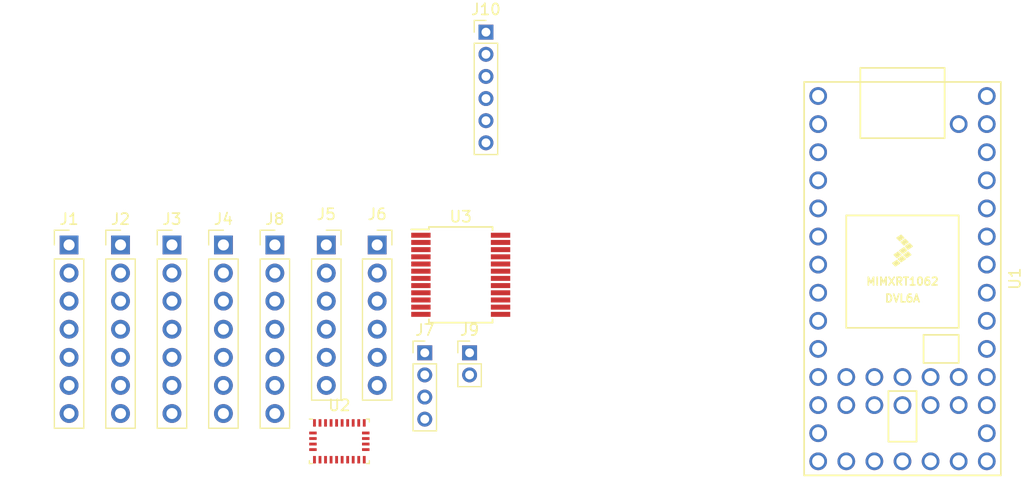
<source format=kicad_pcb>
(kicad_pcb (version 20221018) (generator pcbnew)
  (layers (0 "F.Cu" signal) (31 "B.Cu" signal) (34 "B.Paste" user) (35 "F.Paste" user) (36 "B.SilkS" user "B.Silkscreen") (37 "F.SilkS" user "F.Silkscreen") (38 "B.Mask" user) (39 "F.Mask" user) (44 "Edge.Cuts" user))
  (net 0 "")
  (net 2 "+5V")
  (net 3 "GND1")
  (net 4 "SDA")
  (net 5 "SCL")
  (net 6 "Net-(J1-Pin_6)")
  (net 9 "Net-(J2-Pin_6)")
  (net 12 "Net-(J3-Pin_6)")
  (net 14 "GND")
  (net 15 "Net-(J5-Pin_2)")
  (net 16 "Net-(J5-Pin_3)")
  (net 17 "Net-(J5-Pin_5)")
  (net 18 "Net-(J5-Pin_6)")
  (net 19 "Net-(J6-Pin_2)")
  (net 20 "Net-(J6-Pin_3)")
  (net 21 "Net-(J6-Pin_5)")
  (net 22 "Net-(J6-Pin_6)")
  (net 24 "Net-(J8-Pin_6)")
  (net 40 "Net-(U2-GNDIO-Pad15)")
  (net 52 "Net-(U3-PGND1-Pad3)")
  (net 53 "Net-(U3-PGND2-Pad10)")
  (net 56 "Net-(J4-Pin_6)")
  (net 57 "Net-(U1-7_RX2_OUT1A)")
  (net 58 "Net-(U1-8_TX2_IN1)")
  (net 59 "Net-(U1-13_SCK_CRX1_LED)")
  (net 60 "Net-(J7-Pin_2)")
  (net 61 "Net-(U1-16_A2_RX4_SCL1)")
  (net 62 "Net-(U1-17_A3_TX4_SDA1)")
  (net 63 "Net-(U1-22_A8_CTX1)")
  (net 64 "Net-(U1-23_A9_CRX1_MCLK1)")
  (net 65 "+12V")
  (net 71 "Net-(J10-Pin_6)")
  (footprint "Teensy4.0:Teensy40" (layer "F.Cu") (at 111.76 58.42 -90)
    (fp_text reference "U1" (at 0 -10.16 90) (layer "F.SilkS"))
    (fp_text value "Teensy4.0")
    (fp_text user "MIMXRT1062" (at 0.254 0) (layer "F.SilkS") (effects (font (size 0.7 0.7))))
    (fp_text user "DVL6A" (at 1.778 0) (layer "F.SilkS") (effects (font (size 0.7 0.7))))
    (fp_line (start -19.05 -3.81) (end -17.78 -3.81) (stroke (width 0.15)) (layer "F.SilkS"))
    (fp_line (start -19.05 3.81) (end -19.05 -3.81) (stroke (width 0.15)) (layer "F.SilkS"))
    (fp_line (start -17.78 -8.89) (end 17.78 -8.89) (stroke (width 0.15)) (layer "F.SilkS"))
    (fp_line (start -17.78 3.81) (end -19.05 3.81) (stroke (width 0.15)) (layer "F.SilkS"))
    (fp_line (start -17.78 8.89) (end -17.78 -8.89) (stroke (width 0.15)) (layer "F.SilkS"))
    (fp_line (start -12.7 -3.81) (end -17.78 -3.81) (stroke (width 0.15)) (layer "F.SilkS"))
    (fp_line (start -12.7 3.81) (end -17.78 3.81) (stroke (width 0.15)) (layer "F.SilkS"))
    (fp_line (start -12.7 3.81) (end -12.7 -3.81) (stroke (width 0.15)) (layer "F.SilkS"))
    (fp_line (start -5.715 -5.08) (end -5.715 5.08) (stroke (width 0.15)) (layer "F.SilkS"))
    (fp_line (start 4.445 -5.08) (end -5.715 -5.08) (stroke (width 0.15)) (layer "F.SilkS"))
    (fp_line (start 4.445 5.08) (end -5.715 5.08) (stroke (width 0.15)) (layer "F.SilkS"))
    (fp_line (start 4.445 5.08) (end 4.445 -5.08) (stroke (width 0.15)) (layer "F.SilkS"))
    (fp_line (start 5.08 -5.08) (end 7.62 -5.08) (stroke (width 0.15)) (layer "F.SilkS"))
    (fp_line (start 5.08 -1.905) (end 5.08 -5.08) (stroke (width 0.15)) (layer "F.SilkS"))
    (fp_line (start 7.62 -5.08) (end 7.62 -1.905) (stroke (width 0.15)) (layer "F.SilkS"))
    (fp_line (start 7.62 -1.905) (end 5.08 -1.905) (stroke (width 0.15)) (layer "F.SilkS"))
    (fp_line (start 10.16 -1.27) (end 14.732 -1.27) (stroke (width 0.15)) (layer "F.SilkS"))
    (fp_line (start 10.16 1.27) (end 10.16 -1.27) (stroke (width 0.15)) (layer "F.SilkS"))
    (fp_line (start 14.732 -1.27) (end 14.732 1.27) (stroke (width 0.15)) (layer "F.SilkS"))
    (fp_line (start 14.732 1.27) (end 10.16 1.27) (stroke (width 0.15)) (layer "F.SilkS"))
    (fp_line (start 17.78 -8.89) (end 17.78 8.89) (stroke (width 0.15)) (layer "F.SilkS"))
    (fp_line (start 17.78 8.89) (end -17.78 8.89) (stroke (width 0.15)) (layer "F.SilkS"))
    (fp_poly (pts (xy -3.937 0.127) (xy -3.683 -0.127) (xy -3.429 0.254) (xy -3.683 0.508)) (stroke (width 0.1)) (fill solid) (layer "F.SilkS"))
    (fp_poly (pts (xy -3.556 -0.254) (xy -3.302 -0.508) (xy -3.048 -0.127) (xy -3.302 0.127)) (stroke (width 0.1)) (fill solid) (layer "F.SilkS"))
    (fp_poly (pts (xy -3.175 -0.635) (xy -2.921 -0.889) (xy -2.667 -0.508) (xy -2.921 -0.254)) (stroke (width 0.1)) (fill solid) (layer "F.SilkS"))
    (fp_poly (pts (xy -2.794 -0.127) (xy -2.54 -0.381) (xy -2.286 0) (xy -2.54 0.254)) (stroke (width 0.1)) (fill solid) (layer "F.SilkS"))
    (fp_poly (pts (xy -2.413 -0.508) (xy -2.159 -0.762) (xy -1.905 -0.381) (xy -2.159 -0.127)) (stroke (width 0.1)) (fill solid) (layer "F.SilkS"))
    (fp_poly (pts (xy -2.413 0.381) (xy -2.159 0.127) (xy -1.905 0.508) (xy -2.159 0.762)) (stroke (width 0.1)) (fill solid) (layer "F.SilkS"))
    (fp_poly (pts (xy -2.032 0) (xy -1.778 -0.254) (xy -1.524 0.127) (xy -1.778 0.381)) (stroke (width 0.1)) (fill solid) (layer "F.SilkS"))
    (fp_poly (pts (xy -1.651 0.508) (xy -1.397 0.254) (xy -1.143 0.635) (xy -1.397 0.889)) (stroke (width 0.1)) (fill solid) (layer "F.SilkS"))
    (pad "1" thru_hole circle (at -16.51 7.62 270) (size 1.6 1.6) (drill 1.1) (layers "*.Cu" "*.Mask"))
    (pad "2" thru_hole circle (at -13.97 7.62 270) (size 1.6 1.6) (drill 1.1) (layers "*.Cu" "*.Mask"))
    (pad "3" thru_hole circle (at -11.43 7.62 270) (size 1.6 1.6) (drill 1.1) (layers "*.Cu" "*.Mask"))
    (pad "4" thru_hole circle (at -8.89 7.62 270) (size 1.6 1.6) (drill 1.1) (layers "*.Cu" "*.Mask") (net 56 "Net-(J4-Pin_6)"))
    (pad "5" thru_hole circle (at -6.35 7.62 270) (size 1.6 1.6) (drill 1.1) (layers "*.Cu" "*.Mask") (net 12 "Net-(J3-Pin_6)"))
    (pad "6" thru_hole circle (at -3.81 7.62 270) (size 1.6 1.6) (drill 1.1) (layers "*.Cu" "*.Mask") (net 9 "Net-(J2-Pin_6)"))
    (pad "7" thru_hole circle (at -1.27 7.62 270) (size 1.6 1.6) (drill 1.1) (layers "*.Cu" "*.Mask") (net 6 "Net-(J1-Pin_6)"))
    (pad "8" thru_hole circle (at 1.27 7.62 270) (size 1.6 1.6) (drill 1.1) (layers "*.Cu" "*.Mask") (net 24 "Net-(J8-Pin_6)"))
    (pad "9" thru_hole circle (at 3.81 7.62 270) (size 1.6 1.6) (drill 1.1) (layers "*.Cu" "*.Mask") (net 57 "Net-(U1-7_RX2_OUT1A)"))
    (pad "10" thru_hole circle (at 6.35 7.62 270) (size 1.6 1.6) (drill 1.1) (layers "*.Cu" "*.Mask") (net 58 "Net-(U1-8_TX2_IN1)"))
    (pad "11" thru_hole circle (at 8.89 7.62 270) (size 1.6 1.6) (drill 1.1) (layers "*.Cu" "*.Mask") (net 19 "Net-(J6-Pin_2)"))
    (pad "12" thru_hole circle (at 11.43 7.62 270) (size 1.6 1.6) (drill 1.1) (layers "*.Cu" "*.Mask") (net 20 "Net-(J6-Pin_3)"))
    (pad "13" thru_hole circle (at 13.97 7.62 270) (size 1.6 1.6) (drill 1.1) (layers "*.Cu" "*.Mask") (net 15 "Net-(J5-Pin_2)"))
    (pad "14" thru_hole circle (at 16.51 7.62 270) (size 1.6 1.6) (drill 1.1) (layers "*.Cu" "*.Mask") (net 16 "Net-(J5-Pin_3)"))
    (pad "15" thru_hole circle (at 16.51 5.08 270) (size 1.6 1.6) (drill 1.1) (layers "*.Cu" "*.Mask"))
    (pad "16" thru_hole circle (at 16.51 2.54 270) (size 1.6 1.6) (drill 1.1) (layers "*.Cu" "*.Mask"))
    (pad "17" thru_hole circle (at 16.51 0 270) (size 1.6 1.6) (drill 1.1) (layers "*.Cu" "*.Mask"))
    (pad "18" thru_hole circle (at 16.51 -2.54 270) (size 1.6 1.6) (drill 1.1) (layers "*.Cu" "*.Mask"))
    (pad "19" thru_hole circle (at 16.51 -5.08 270) (size 1.6 1.6) (drill 1.1) (layers "*.Cu" "*.Mask"))
    (pad "20" thru_hole circle (at 16.51 -7.62 270) (size 1.6 1.6) (drill 1.1) (layers "*.Cu" "*.Mask") (net 59 "Net-(U1-13_SCK_CRX1_LED)"))
    (pad "21" thru_hole circle (at 13.97 -7.62 270) (size 1.6 1.6) (drill 1.1) (layers "*.Cu" "*.Mask"))
    (pad "22" thru_hole circle (at 11.43 -7.62 270) (size 1.6 1.6) (drill 1.1) (layers "*.Cu" "*.Mask") (net 60 "Net-(J7-Pin_2)"))
    (pad "23" thru_hole circle (at 8.89 -7.62 270) (size 1.6 1.6) (drill 1.1) (layers "*.Cu" "*.Mask") (net 61 "Net-(U1-16_A2_RX4_SCL1)"))
    (pad "24" thru_hole circle (at 6.35 -7.62 270) (size 1.6 1.6) (drill 1.1) (layers "*.Cu" "*.Mask") (net 62 "Net-(U1-17_A3_TX4_SDA1)"))
    (pad "25" thru_hole circle (at 3.81 -7.62 270) (size 1.6 1.6) (drill 1.1) (layers "*.Cu" "*.Mask") (net 4 "SDA"))
    (pad "26" thru_hole circle (at 1.27 -7.62 270) (size 1.6 1.6) (drill 1.1) (layers "*.Cu" "*.Mask") (net 5 "SCL"))
    (pad "27" thru_hole circle (at -1.27 -7.62 270) (size 1.6 1.6) (drill 1.1) (layers "*.Cu" "*.Mask"))
    (pad "28" thru_hole circle (at -3.81 -7.62 270) (size 1.6 1.6) (drill 1.1) (layers "*.Cu" "*.Mask"))
    (pad "29" thru_hole circle (at -6.35 -7.62 270) (size 1.6 1.6) (drill 1.1) (layers "*.Cu" "*.Mask") (net 63 "Net-(U1-22_A8_CTX1)"))
    (pad "30" thru_hole circle (at -8.89 -7.62 270) (size 1.6 1.6) (drill 1.1) (layers "*.Cu" "*.Mask") (net 64 "Net-(U1-23_A9_CRX1_MCLK1)"))
    (pad "31" thru_hole circle (at -11.43 -7.62 270) (size 1.6 1.6) (drill 1.1) (layers "*.Cu" "*.Mask"))
    (pad "32" thru_hole circle (at -13.97 -7.62 270) (size 1.6 1.6) (drill 1.1) (layers "*.Cu" "*.Mask"))
    (pad "33" thru_hole circle (at -16.51 -7.62 270) (size 1.6 1.6) (drill 1.1) (layers "*.Cu" "*.Mask"))
    (pad "34" thru_hole circle (at -13.97 -5.08 270) (size 1.6 1.6) (drill 1.1) (layers "*.Cu" "*.Mask"))
    (pad "35" thru_hole circle (at 11.43 -5.08 270) (size 1.6 1.6) (drill 1.1) (layers "*.Cu" "*.Mask"))
    (pad "36" thru_hole circle (at 8.89 -5.08 270) (size 1.6 1.6) (drill 1.1) (layers "*.Cu" "*.Mask"))
    (pad "37" thru_hole circle (at 11.43 -2.54 270) (size 1.6 1.6) (drill 1.1) (layers "*.Cu" "*.Mask"))
    (pad "38" thru_hole circle (at 8.89 -2.54 270) (size 1.6 1.6) (drill 1.1) (layers "*.Cu" "*.Mask"))
    (pad "39" thru_hole circle (at 11.43 0 270) (size 1.6 1.6) (drill 1.1) (layers "*.Cu" "*.Mask"))
    (pad "40" thru_hole circle (at 8.89 0 270) (size 1.6 1.6) (drill 1.1) (layers "*.Cu" "*.Mask"))
    (pad "41" thru_hole circle (at 11.43 2.54 270) (size 1.6 1.6) (drill 1.1) (layers "*.Cu" "*.Mask"))
    (pad "42" thru_hole circle (at 8.89 2.54 270) (size 1.6 1.6) (drill 1.1) (layers "*.Cu" "*.Mask"))
    (pad "43" thru_hole circle (at 11.43 5.08 270) (size 1.6 1.6) (drill 1.1) (layers "*.Cu" "*.Mask"))
    (pad "44" thru_hole circle (at 8.89 5.08 270) (size 1.6 1.6) (drill 1.1) (layers "*.Cu" "*.Mask"))
  )
  (footprint "Connector_PinHeader_2.00mm:PinHeader_1x04_P2.00mm_Vertical" (layer "F.Cu") (at 68.58 65.12)
    (fp_text reference "J7" (at 0 -2.06) (layer "F.SilkS"))
    (fp_text value "Conn_01x04_Socket")
    (fp_line (start -1.06 -1.06) (end 0 -1.06) (stroke (width 0.12)) (layer "F.SilkS"))
    (fp_line (start -1.06 0) (end -1.06 -1.06) (stroke (width 0.12)) (layer "F.SilkS"))
    (fp_line (start -1.06 1) (end -1.06 7.06) (stroke (width 0.12)) (layer "F.SilkS"))
    (fp_line (start -1.06 1) (end 1.06 1) (stroke (width 0.12)) (layer "F.SilkS"))
    (fp_line (start -1.06 7.06) (end 1.06 7.06) (stroke (width 0.12)) (layer "F.SilkS"))
    (fp_line (start 1.06 1) (end 1.06 7.06) (stroke (width 0.12)) (layer "F.SilkS"))
    (pad "1" thru_hole rect (at 0 0) (size 1.35 1.35) (drill 0.8) (layers "*.Cu" "*.Mask") (net 14 "GND"))
    (pad "2" thru_hole oval (at 0 2) (size 1.35 1.35) (drill 0.8) (layers "*.Cu" "*.Mask") (net 60 "Net-(J7-Pin_2)"))
    (pad "3" thru_hole oval (at 0 4) (size 1.35 1.35) (drill 0.8) (layers "*.Cu" "*.Mask") (net 2 "+5V"))
    (pad "4" thru_hole oval (at 0 6) (size 1.35 1.35) (drill 0.8) (layers "*.Cu" "*.Mask") (net 14 "GND"))
  )
  (footprint "Connector_PinHeader_2.54mm:PinHeader_1x07_P2.54mm_Vertical" (layer "F.Cu") (at 50.38 55.37)
    (fp_text reference "J4" (at 0 -2.33) (layer "F.SilkS"))
    (fp_text value "Conn_01x07_Pin")
    (fp_line (start -1.33 -1.33) (end 0 -1.33) (stroke (width 0.12)) (layer "F.SilkS"))
    (fp_line (start -1.33 0) (end -1.33 -1.33) (stroke (width 0.12)) (layer "F.SilkS"))
    (fp_line (start -1.33 1.27) (end -1.33 16.57) (stroke (width 0.12)) (layer "F.SilkS"))
    (fp_line (start -1.33 1.27) (end 1.33 1.27) (stroke (width 0.12)) (layer "F.SilkS"))
    (fp_line (start -1.33 16.57) (end 1.33 16.57) (stroke (width 0.12)) (layer "F.SilkS"))
    (fp_line (start 1.33 1.27) (end 1.33 16.57) (stroke (width 0.12)) (layer "F.SilkS"))
    (pad "1" thru_hole rect (at 0 0) (size 1.7 1.7) (drill 1) (layers "*.Cu" "*.Mask"))
    (pad "2" thru_hole oval (at 0 2.54) (size 1.7 1.7) (drill 1) (layers "*.Cu" "*.Mask") (net 2 "+5V"))
    (pad "3" thru_hole oval (at 0 5.08) (size 1.7 1.7) (drill 1) (layers "*.Cu" "*.Mask") (net 3 "GND1"))
    (pad "4" thru_hole oval (at 0 7.62) (size 1.7 1.7) (drill 1) (layers "*.Cu" "*.Mask") (net 4 "SDA"))
    (pad "5" thru_hole oval (at 0 10.16) (size 1.7 1.7) (drill 1) (layers "*.Cu" "*.Mask") (net 5 "SCL"))
    (pad "6" thru_hole oval (at 0 12.7) (size 1.7 1.7) (drill 1) (layers "*.Cu" "*.Mask") (net 56 "Net-(J4-Pin_6)"))
    (pad "7" thru_hole oval (at 0 15.24) (size 1.7 1.7) (drill 1) (layers "*.Cu" "*.Mask"))
  )
  (footprint "Connector_PinHeader_2.54mm:PinHeader_1x07_P2.54mm_Vertical" (layer "F.Cu") (at 55.03 55.37)
    (fp_text reference "J8" (at 0 -2.33) (layer "F.SilkS"))
    (fp_text value "Conn_01x07_Pin")
    (fp_line (start -1.33 -1.33) (end 0 -1.33) (stroke (width 0.12)) (layer "F.SilkS"))
    (fp_line (start -1.33 0) (end -1.33 -1.33) (stroke (width 0.12)) (layer "F.SilkS"))
    (fp_line (start -1.33 1.27) (end -1.33 16.57) (stroke (width 0.12)) (layer "F.SilkS"))
    (fp_line (start -1.33 1.27) (end 1.33 1.27) (stroke (width 0.12)) (layer "F.SilkS"))
    (fp_line (start -1.33 16.57) (end 1.33 16.57) (stroke (width 0.12)) (layer "F.SilkS"))
    (fp_line (start 1.33 1.27) (end 1.33 16.57) (stroke (width 0.12)) (layer "F.SilkS"))
    (pad "1" thru_hole rect (at 0 0) (size 1.7 1.7) (drill 1) (layers "*.Cu" "*.Mask"))
    (pad "2" thru_hole oval (at 0 2.54) (size 1.7 1.7) (drill 1) (layers "*.Cu" "*.Mask") (net 2 "+5V"))
    (pad "3" thru_hole oval (at 0 5.08) (size 1.7 1.7) (drill 1) (layers "*.Cu" "*.Mask") (net 3 "GND1"))
    (pad "4" thru_hole oval (at 0 7.62) (size 1.7 1.7) (drill 1) (layers "*.Cu" "*.Mask") (net 4 "SDA"))
    (pad "5" thru_hole oval (at 0 10.16) (size 1.7 1.7) (drill 1) (layers "*.Cu" "*.Mask") (net 5 "SCL"))
    (pad "6" thru_hole oval (at 0 12.7) (size 1.7 1.7) (drill 1) (layers "*.Cu" "*.Mask") (net 24 "Net-(J8-Pin_6)"))
    (pad "7" thru_hole oval (at 0 15.24) (size 1.7 1.7) (drill 1) (layers "*.Cu" "*.Mask"))
  )
  (footprint "Connector_PinSocket_2.54mm:PinSocket_1x06_P2.54mm_Vertical" (layer "F.Cu") (at 64.28 55.37)
    (fp_text reference "J6" (at 0 -2.77) (layer "F.SilkS"))
    (fp_text value "Conn_01x06_Pin")
    (fp_line (start -1.33 1.27) (end -1.33 14.03) (stroke (width 0.12)) (layer "F.SilkS"))
    (fp_line (start -1.33 1.27) (end 1.33 1.27) (stroke (width 0.12)) (layer "F.SilkS"))
    (fp_line (start -1.33 14.03) (end 1.33 14.03) (stroke (width 0.12)) (layer "F.SilkS"))
    (fp_line (start 0 -1.33) (end 1.33 -1.33) (stroke (width 0.12)) (layer "F.SilkS"))
    (fp_line (start 1.33 -1.33) (end 1.33 0) (stroke (width 0.12)) (layer "F.SilkS"))
    (fp_line (start 1.33 1.27) (end 1.33 14.03) (stroke (width 0.12)) (layer "F.SilkS"))
    (pad "1" thru_hole rect (at 0 0) (size 1.7 1.7) (drill 1) (layers "*.Cu" "*.Mask") (net 14 "GND"))
    (pad "2" thru_hole oval (at 0 2.54) (size 1.7 1.7) (drill 1) (layers "*.Cu" "*.Mask") (net 19 "Net-(J6-Pin_2)"))
    (pad "3" thru_hole oval (at 0 5.08) (size 1.7 1.7) (drill 1) (layers "*.Cu" "*.Mask") (net 20 "Net-(J6-Pin_3)"))
    (pad "4" thru_hole oval (at 0 7.62) (size 1.7 1.7) (drill 1) (layers "*.Cu" "*.Mask") (net 2 "+5V"))
    (pad "5" thru_hole oval (at 0 10.16) (size 1.7 1.7) (drill 1) (layers "*.Cu" "*.Mask") (net 21 "Net-(J6-Pin_5)"))
    (pad "6" thru_hole oval (at 0 12.7) (size 1.7 1.7) (drill 1) (layers "*.Cu" "*.Mask") (net 22 "Net-(J6-Pin_6)"))
  )
  (footprint "Connector_PinSocket_2.54mm:PinSocket_1x06_P2.54mm_Vertical" (layer "F.Cu") (at 59.68 55.37)
    (fp_text reference "J5" (at 0 -2.77) (layer "F.SilkS"))
    (fp_text value "Conn_01x06_Pin")
    (fp_line (start -1.33 1.27) (end -1.33 14.03) (stroke (width 0.12)) (layer "F.SilkS"))
    (fp_line (start -1.33 1.27) (end 1.33 1.27) (stroke (width 0.12)) (layer "F.SilkS"))
    (fp_line (start -1.33 14.03) (end 1.33 14.03) (stroke (width 0.12)) (layer "F.SilkS"))
    (fp_line (start 0 -1.33) (end 1.33 -1.33) (stroke (width 0.12)) (layer "F.SilkS"))
    (fp_line (start 1.33 -1.33) (end 1.33 0) (stroke (width 0.12)) (layer "F.SilkS"))
    (fp_line (start 1.33 1.27) (end 1.33 14.03) (stroke (width 0.12)) (layer "F.SilkS"))
    (pad "1" thru_hole rect (at 0 0) (size 1.7 1.7) (drill 1) (layers "*.Cu" "*.Mask") (net 14 "GND"))
    (pad "2" thru_hole oval (at 0 2.54) (size 1.7 1.7) (drill 1) (layers "*.Cu" "*.Mask") (net 15 "Net-(J5-Pin_2)"))
    (pad "3" thru_hole oval (at 0 5.08) (size 1.7 1.7) (drill 1) (layers "*.Cu" "*.Mask") (net 16 "Net-(J5-Pin_3)"))
    (pad "4" thru_hole oval (at 0 7.62) (size 1.7 1.7) (drill 1) (layers "*.Cu" "*.Mask") (net 2 "+5V"))
    (pad "5" thru_hole oval (at 0 10.16) (size 1.7 1.7) (drill 1) (layers "*.Cu" "*.Mask") (net 17 "Net-(J5-Pin_5)"))
    (pad "6" thru_hole oval (at 0 12.7) (size 1.7 1.7) (drill 1) (layers "*.Cu" "*.Mask") (net 18 "Net-(J5-Pin_6)"))
  )
  (footprint "Package_LGA:LGA-28_5.2x3.8mm_P0.5mm" (layer "F.Cu") (at 60.86 73.12)
    (fp_text reference "U2" (at 0 -3.25) (layer "F.SilkS"))
    (fp_text value "BNO055")
    (fp_line (start -2.71 -2.01) (end -2.45 -2.01) (stroke (width 0.12)) (layer "F.SilkS"))
    (fp_line (start -2.71 2.01) (end -2.71 1.75) (stroke (width 0.12)) (layer "F.SilkS"))
    (fp_line (start -2.71 2.01) (end -2.45 2.01) (stroke (width 0.12)) (layer "F.SilkS"))
    (fp_line (start 2.71 -2.01) (end 2.45 -2.01) (stroke (width 0.12)) (layer "F.SilkS"))
    (fp_line (start 2.71 -2.01) (end 2.71 -1.75) (stroke (width 0.12)) (layer "F.SilkS"))
    (fp_line (start 2.71 2.01) (end 2.45 2.01) (stroke (width 0.12)) (layer "F.SilkS"))
    (fp_line (start 2.71 2.01) (end 2.71 1.75) (stroke (width 0.12)) (layer "F.SilkS"))
    (pad "1" smd rect (at -2.25 -1.6625) (size 0.254 0.675) (layers "F.Cu" "F.Paste" "F.Mask"))
    (pad "2" smd rect (at -2.3875 -0.75 90) (size 0.254 0.675) (layers "F.Cu" "F.Paste" "F.Mask"))
    (pad "3" smd rect (at -2.3875 -0.25 90) (size 0.254 0.675) (layers "F.Cu" "F.Paste" "F.Mask"))
    (pad "4" smd rect (at -2.3875 0.25 90) (size 0.254 0.675) (layers "F.Cu" "F.Paste" "F.Mask"))
    (pad "5" smd rect (at -2.3875 0.75 90) (size 0.254 0.675) (layers "F.Cu" "F.Paste" "F.Mask"))
    (pad "6" smd rect (at -2.25 1.6625) (size 0.254 0.675) (layers "F.Cu" "F.Paste" "F.Mask"))
    (pad "7" smd rect (at -1.75 1.6625) (size 0.254 0.675) (layers "F.Cu" "F.Paste" "F.Mask"))
    (pad "8" smd rect (at -1.25 1.6625) (size 0.254 0.675) (layers "F.Cu" "F.Paste" "F.Mask"))
    (pad "9" smd rect (at -0.75 1.6625) (size 0.254 0.675) (layers "F.Cu" "F.Paste" "F.Mask"))
    (pad "10" smd rect (at -0.25 1.6625) (size 0.254 0.675) (layers "F.Cu" "F.Paste" "F.Mask"))
    (pad "11" smd rect (at 0.25 1.6625) (size 0.254 0.675) (layers "F.Cu" "F.Paste" "F.Mask"))
    (pad "12" smd rect (at 0.75 1.6625) (size 0.254 0.675) (layers "F.Cu" "F.Paste" "F.Mask"))
    (pad "13" smd rect (at 1.25 1.6625) (size 0.254 0.675) (layers "F.Cu" "F.Paste" "F.Mask"))
    (pad "14" smd rect (at 1.75 1.6625) (size 0.254 0.675) (layers "F.Cu" "F.Paste" "F.Mask"))
    (pad "15" smd rect (at 2.25 1.6625) (size 0.254 0.675) (layers "F.Cu" "F.Paste" "F.Mask") (net 40 "Net-(U2-GNDIO-Pad15)"))
    (pad "16" smd rect (at 2.3875 0.75 90) (size 0.254 0.675) (layers "F.Cu" "F.Paste" "F.Mask") (net 40 "Net-(U2-GNDIO-Pad15)"))
    (pad "17" smd rect (at 2.3875 0.25 90) (size 0.254 0.675) (layers "F.Cu" "F.Paste" "F.Mask"))
    (pad "18" smd rect (at 2.3875 -0.25 90) (size 0.254 0.675) (layers "F.Cu" "F.Paste" "F.Mask"))
    (pad "19" smd rect (at 2.3875 -0.75 90) (size 0.254 0.675) (layers "F.Cu" "F.Paste" "F.Mask"))
    (pad "20" smd rect (at 2.25 -1.6625) (size 0.254 0.675) (layers "F.Cu" "F.Paste" "F.Mask"))
    (pad "21" smd rect (at 1.75 -1.6625) (size 0.254 0.675) (layers "F.Cu" "F.Paste" "F.Mask"))
    (pad "22" smd rect (at 1.25 -1.6625) (size 0.254 0.675) (layers "F.Cu" "F.Paste" "F.Mask"))
    (pad "23" smd rect (at 0.75 -1.6625) (size 0.254 0.675) (layers "F.Cu" "F.Paste" "F.Mask"))
    (pad "24" smd rect (at 0.25 -1.6625) (size 0.254 0.675) (layers "F.Cu" "F.Paste" "F.Mask"))
    (pad "25" smd rect (at -0.25 -1.6625) (size 0.254 0.675) (layers "F.Cu" "F.Paste" "F.Mask") (net 40 "Net-(U2-GNDIO-Pad15)"))
    (pad "26" smd rect (at -0.75 -1.6625) (size 0.254 0.675) (layers "F.Cu" "F.Paste" "F.Mask"))
    (pad "27" smd rect (at -1.25 -1.6625) (size 0.254 0.675) (layers "F.Cu" "F.Paste" "F.Mask"))
    (pad "28" smd rect (at -1.75 -1.6625) (size 0.254 0.675) (layers "F.Cu" "F.Paste" "F.Mask"))
  )
  (footprint "Package_SO:SSOP-24_5.3x8.2mm_P0.65mm" (layer "F.Cu") (at 71.83 58.07)
    (fp_text reference "U3" (at 0 -5.25) (layer "F.SilkS"))
    (fp_text value "TB6612FNG")
    (fp_line (start -2.875 -4.325) (end -2.875 -4.1) (stroke (width 0.15)) (layer "F.SilkS"))
    (fp_line (start -2.875 -4.325) (end 2.875 -4.325) (stroke (width 0.15)) (layer "F.SilkS"))
    (fp_line (start -2.875 -4.1) (end -4.475 -4.1) (stroke (width 0.15)) (layer "F.SilkS"))
    (fp_line (start -2.875 4.325) (end -2.875 4.025) (stroke (width 0.15)) (layer "F.SilkS"))
    (fp_line (start -2.875 4.325) (end 2.875 4.325) (stroke (width 0.15)) (layer "F.SilkS"))
    (fp_line (start 2.875 -4.325) (end 2.875 -4.025) (stroke (width 0.15)) (layer "F.SilkS"))
    (fp_line (start 2.875 4.325) (end 2.875 4.025) (stroke (width 0.15)) (layer "F.SilkS"))
    (pad "1" smd rect (at -3.6 -3.575) (size 1.75 0.45) (layers "F.Cu" "F.Paste" "F.Mask") (net 22 "Net-(J6-Pin_6)"))
    (pad "2" smd rect (at -3.6 -2.925) (size 1.75 0.45) (layers "F.Cu" "F.Paste" "F.Mask") (net 22 "Net-(J6-Pin_6)"))
    (pad "3" smd rect (at -3.6 -2.275) (size 1.75 0.45) (layers "F.Cu" "F.Paste" "F.Mask") (net 52 "Net-(U3-PGND1-Pad3)"))
    (pad "4" smd rect (at -3.6 -1.625) (size 1.75 0.45) (layers "F.Cu" "F.Paste" "F.Mask") (net 52 "Net-(U3-PGND1-Pad3)"))
    (pad "5" smd rect (at -3.6 -0.975) (size 1.75 0.45) (layers "F.Cu" "F.Paste" "F.Mask") (net 21 "Net-(J6-Pin_5)"))
    (pad "6" smd rect (at -3.6 -0.325) (size 1.75 0.45) (layers "F.Cu" "F.Paste" "F.Mask") (net 21 "Net-(J6-Pin_5)"))
    (pad "7" smd rect (at -3.6 0.325) (size 1.75 0.45) (layers "F.Cu" "F.Paste" "F.Mask") (net 17 "Net-(J5-Pin_5)"))
    (pad "8" smd rect (at -3.6 0.975) (size 1.75 0.45) (layers "F.Cu" "F.Paste" "F.Mask") (net 17 "Net-(J5-Pin_5)"))
    (pad "9" smd rect (at -3.6 1.625) (size 1.75 0.45) (layers "F.Cu" "F.Paste" "F.Mask") (net 53 "Net-(U3-PGND2-Pad10)"))
    (pad "10" smd rect (at -3.6 2.275) (size 1.75 0.45) (layers "F.Cu" "F.Paste" "F.Mask") (net 53 "Net-(U3-PGND2-Pad10)"))
    (pad "11" smd rect (at -3.6 2.925) (size 1.75 0.45) (layers "F.Cu" "F.Paste" "F.Mask") (net 18 "Net-(J5-Pin_6)"))
    (pad "12" smd rect (at -3.6 3.575) (size 1.75 0.45) (layers "F.Cu" "F.Paste" "F.Mask") (net 18 "Net-(J5-Pin_6)"))
    (pad "13" smd rect (at 3.6 3.575) (size 1.75 0.45) (layers "F.Cu" "F.Paste" "F.Mask"))
    (pad "14" smd rect (at 3.6 2.925) (size 1.75 0.45) (layers "F.Cu" "F.Paste" "F.Mask"))
    (pad "15" smd rect (at 3.6 2.275) (size 1.75 0.45) (layers "F.Cu" "F.Paste" "F.Mask") (net 57 "Net-(U1-7_RX2_OUT1A)"))
    (pad "16" smd rect (at 3.6 1.625) (size 1.75 0.45) (layers "F.Cu" "F.Paste" "F.Mask") (net 64 "Net-(U1-23_A9_CRX1_MCLK1)"))
    (pad "17" smd rect (at 3.6 0.975) (size 1.75 0.45) (layers "F.Cu" "F.Paste" "F.Mask") (net 63 "Net-(U1-22_A8_CTX1)"))
    (pad "18" smd rect (at 3.6 0.325) (size 1.75 0.45) (layers "F.Cu" "F.Paste" "F.Mask") (net 14 "GND"))
    (pad "19" smd rect (at 3.6 -0.325) (size 1.75 0.45) (layers "F.Cu" "F.Paste" "F.Mask") (net 59 "Net-(U1-13_SCK_CRX1_LED)"))
    (pad "20" smd rect (at 3.6 -0.975) (size 1.75 0.45) (layers "F.Cu" "F.Paste" "F.Mask") (net 2 "+5V"))
    (pad "21" smd rect (at 3.6 -1.625) (size 1.75 0.45) (layers "F.Cu" "F.Paste" "F.Mask") (net 61 "Net-(U1-16_A2_RX4_SCL1)"))
    (pad "22" smd rect (at 3.6 -2.275) (size 1.75 0.45) (layers "F.Cu" "F.Paste" "F.Mask") (net 62 "Net-(U1-17_A3_TX4_SDA1)"))
    (pad "23" smd rect (at 3.6 -2.925) (size 1.75 0.45) (layers "F.Cu" "F.Paste" "F.Mask") (net 58 "Net-(U1-8_TX2_IN1)"))
    (pad "24" smd rect (at 3.6 -3.575) (size 1.75 0.45) (layers "F.Cu" "F.Paste" "F.Mask") (net 65 "+12V"))
  )
  (footprint "Connector_PinHeader_2.54mm:PinHeader_1x07_P2.54mm_Vertical" (layer "F.Cu") (at 41.08 55.37)
    (fp_text reference "J2" (at 0 -2.33) (layer "F.SilkS"))
    (fp_text value "Conn_01x07_Pin")
    (fp_line (start -1.33 -1.33) (end 0 -1.33) (stroke (width 0.12)) (layer "F.SilkS"))
    (fp_line (start -1.33 0) (end -1.33 -1.33) (stroke (width 0.12)) (layer "F.SilkS"))
    (fp_line (start -1.33 1.27) (end -1.33 16.57) (stroke (width 0.12)) (layer "F.SilkS"))
    (fp_line (start -1.33 1.27) (end 1.33 1.27) (stroke (width 0.12)) (layer "F.SilkS"))
    (fp_line (start -1.33 16.57) (end 1.33 16.57) (stroke (width 0.12)) (layer "F.SilkS"))
    (fp_line (start 1.33 1.27) (end 1.33 16.57) (stroke (width 0.12)) (layer "F.SilkS"))
    (pad "1" thru_hole rect (at 0 0) (size 1.7 1.7) (drill 1) (layers "*.Cu" "*.Mask"))
    (pad "2" thru_hole oval (at 0 2.54) (size 1.7 1.7) (drill 1) (layers "*.Cu" "*.Mask") (net 2 "+5V"))
    (pad "3" thru_hole oval (at 0 5.08) (size 1.7 1.7) (drill 1) (layers "*.Cu" "*.Mask") (net 3 "GND1"))
    (pad "4" thru_hole oval (at 0 7.62) (size 1.7 1.7) (drill 1) (layers "*.Cu" "*.Mask") (net 4 "SDA"))
    (pad "5" thru_hole oval (at 0 10.16) (size 1.7 1.7) (drill 1) (layers "*.Cu" "*.Mask") (net 5 "SCL"))
    (pad "6" thru_hole oval (at 0 12.7) (size 1.7 1.7) (drill 1) (layers "*.Cu" "*.Mask") (net 9 "Net-(J2-Pin_6)"))
    (pad "7" thru_hole oval (at 0 15.24) (size 1.7 1.7) (drill 1) (layers "*.Cu" "*.Mask"))
  )
  (footprint "Connector_PinHeader_2.54mm:PinHeader_1x07_P2.54mm_Vertical" (layer "F.Cu") (at 36.43 55.37)
    (fp_text reference "J1" (at 0 -2.33) (layer "F.SilkS"))
    (fp_text value "Conn_01x07_Pin")
    (fp_line (start -1.33 -1.33) (end 0 -1.33) (stroke (width 0.12)) (layer "F.SilkS"))
    (fp_line (start -1.33 0) (end -1.33 -1.33) (stroke (width 0.12)) (layer "F.SilkS"))
    (fp_line (start -1.33 1.27) (end -1.33 16.57) (stroke (width 0.12)) (layer "F.SilkS"))
    (fp_line (start -1.33 1.27) (end 1.33 1.27) (stroke (width 0.12)) (layer "F.SilkS"))
    (fp_line (start -1.33 16.57) (end 1.33 16.57) (stroke (width 0.12)) (layer "F.SilkS"))
    (fp_line (start 1.33 1.27) (end 1.33 16.57) (stroke (width 0.12)) (layer "F.SilkS"))
    (pad "1" thru_hole rect (at 0 0) (size 1.7 1.7) (drill 1) (layers "*.Cu" "*.Mask"))
    (pad "2" thru_hole oval (at 0 2.54) (size 1.7 1.7) (drill 1) (layers "*.Cu" "*.Mask") (net 2 "+5V"))
    (pad "3" thru_hole oval (at 0 5.08) (size 1.7 1.7) (drill 1) (layers "*.Cu" "*.Mask") (net 3 "GND1"))
    (pad "4" thru_hole oval (at 0 7.62) (size 1.7 1.7) (drill 1) (layers "*.Cu" "*.Mask") (net 4 "SDA"))
    (pad "5" thru_hole oval (at 0 10.16) (size 1.7 1.7) (drill 1) (layers "*.Cu" "*.Mask") (net 5 "SCL"))
    (pad "6" thru_hole oval (at 0 12.7) (size 1.7 1.7) (drill 1) (layers "*.Cu" "*.Mask") (net 6 "Net-(J1-Pin_6)"))
    (pad "7" thru_hole oval (at 0 15.24) (size 1.7 1.7) (drill 1) (layers "*.Cu" "*.Mask"))
  )
  (footprint "Connector_PinHeader_2.00mm:PinHeader_1x02_P2.00mm_Vertical" (layer "F.Cu") (at 72.63 65.12)
    (fp_text reference "J9" (at 0 -2.06) (layer "F.SilkS"))
    (fp_text value "Conn_01x02_Socket")
    (fp_line (start -1.06 -1.06) (end 0 -1.06) (stroke (width 0.12)) (layer "F.SilkS"))
    (fp_line (start -1.06 0) (end -1.06 -1.06) (stroke (width 0.12)) (layer "F.SilkS"))
    (fp_line (start -1.06 1) (end -1.06 3.06) (stroke (width 0.12)) (layer "F.SilkS"))
    (fp_line (start -1.06 1) (end 1.06 1) (stroke (width 0.12)) (layer "F.SilkS"))
    (fp_line (start -1.06 3.06) (end 1.06 3.06) (stroke (width 0.12)) (layer "F.SilkS"))
    (fp_line (start 1.06 1) (end 1.06 3.06) (stroke (width 0.12)) (layer "F.SilkS"))
    (pad "1" thru_hole rect (at 0 0) (size 1.35 1.35) (drill 0.8) (layers "*.Cu" "*.Mask") (net 2 "+5V"))
    (pad "2" thru_hole oval (at 0 2) (size 1.35 1.35) (drill 0.8) (layers "*.Cu" "*.Mask") (net 14 "GND"))
  )
  (footprint "Connector_PinHeader_2.00mm:PinHeader_1x06_P2.00mm_Vertical" (layer "F.Cu") (at 74.11 36.14)
    (fp_text reference "J10" (at 0 -2.06) (layer "F.SilkS"))
    (fp_text value "Conn_01x06")
    (fp_line (start -1.06 -1.06) (end 0 -1.06) (stroke (width 0.12)) (layer "F.SilkS"))
    (fp_line (start -1.06 0) (end -1.06 -1.06) (stroke (width 0.12)) (layer "F.SilkS"))
    (fp_line (start -1.06 1) (end -1.06 11.06) (stroke (width 0.12)) (layer "F.SilkS"))
    (fp_line (start -1.06 1) (end 1.06 1) (stroke (width 0.12)) (layer "F.SilkS"))
    (fp_line (start -1.06 11.06) (end 1.06 11.06) (stroke (width 0.12)) (layer "F.SilkS"))
    (fp_line (start 1.06 1) (end 1.06 11.06) (stroke (width 0.12)) (layer "F.SilkS"))
    (pad "1" thru_hole rect (at 0 0) (size 1.35 1.35) (drill 0.8) (layers "*.Cu" "*.Mask") (net 65 "+12V"))
    (pad "2" thru_hole oval (at 0 2) (size 1.35 1.35) (drill 0.8) (layers "*.Cu" "*.Mask") (net 14 "GND"))
    (pad "3" thru_hole oval (at 0 4) (size 1.35 1.35) (drill 0.8) (layers "*.Cu" "*.Mask") (net 14 "GND"))
    (pad "4" thru_hole oval (at 0 6) (size 1.35 1.35) (drill 0.8) (layers "*.Cu" "*.Mask") (net 2 "+5V"))
    (pad "5" thru_hole oval (at 0 8) (size 1.35 1.35) (drill 0.8) (layers "*.Cu" "*.Mask") (net 2 "+5V"))
    (pad "6" thru_hole oval (at 0 10) (size 1.35 1.35) (drill 0.8) (layers "*.Cu" "*.Mask") (net 71 "Net-(J10-Pin_6)"))
  )
  (footprint "Connector_PinHeader_2.54mm:PinHeader_1x07_P2.54mm_Vertical" (layer "F.Cu") (at 45.73 55.37)
    (fp_text reference "J3" (at 0 -2.33) (layer "F.SilkS"))
    (fp_text value "Conn_01x07_Pin")
    (fp_line (start -1.33 -1.33) (end 0 -1.33) (stroke (width 0.12)) (layer "F.SilkS"))
    (fp_line (start -1.33 0) (end -1.33 -1.33) (stroke (width 0.12)) (layer "F.SilkS"))
    (fp_line (start -1.33 1.27) (end -1.33 16.57) (stroke (width 0.12)) (layer "F.SilkS"))
    (fp_line (start -1.33 1.27) (end 1.33 1.27) (stroke (width 0.12)) (layer "F.SilkS"))
    (fp_line (start -1.33 16.57) (end 1.33 16.57) (stroke (width 0.12)) (layer "F.SilkS"))
    (fp_line (start 1.33 1.27) (end 1.33 16.57) (stroke (width 0.12)) (layer "F.SilkS"))
    (pad "1" thru_hole rect (at 0 0) (size 1.7 1.7) (drill 1) (layers "*.Cu" "*.Mask"))
    (pad "2" thru_hole oval (at 0 2.54) (size 1.7 1.7) (drill 1) (layers "*.Cu" "*.Mask") (net 2 "+5V"))
    (pad "3" thru_hole oval (at 0 5.08) (size 1.7 1.7) (drill 1) (layers "*.Cu" "*.Mask") (net 3 "GND1"))
    (pad "4" thru_hole oval (at 0 7.62) (size 1.7 1.7) (drill 1) (layers "*.Cu" "*.Mask") (net 4 "SDA"))
    (pad "5" thru_hole oval (at 0 10.16) (size 1.7 1.7) (drill 1) (layers "*.Cu" "*.Mask") (net 5 "SCL"))
    (pad "6" thru_hole oval (at 0 12.7) (size 1.7 1.7) (drill 1) (layers "*.Cu" "*.Mask") (net 12 "Net-(J3-Pin_6)"))
    (pad "7" thru_hole oval (at 0 15.24) (size 1.7 1.7) (drill 1) (layers "*.Cu" "*.Mask"))
  )
)
</source>
